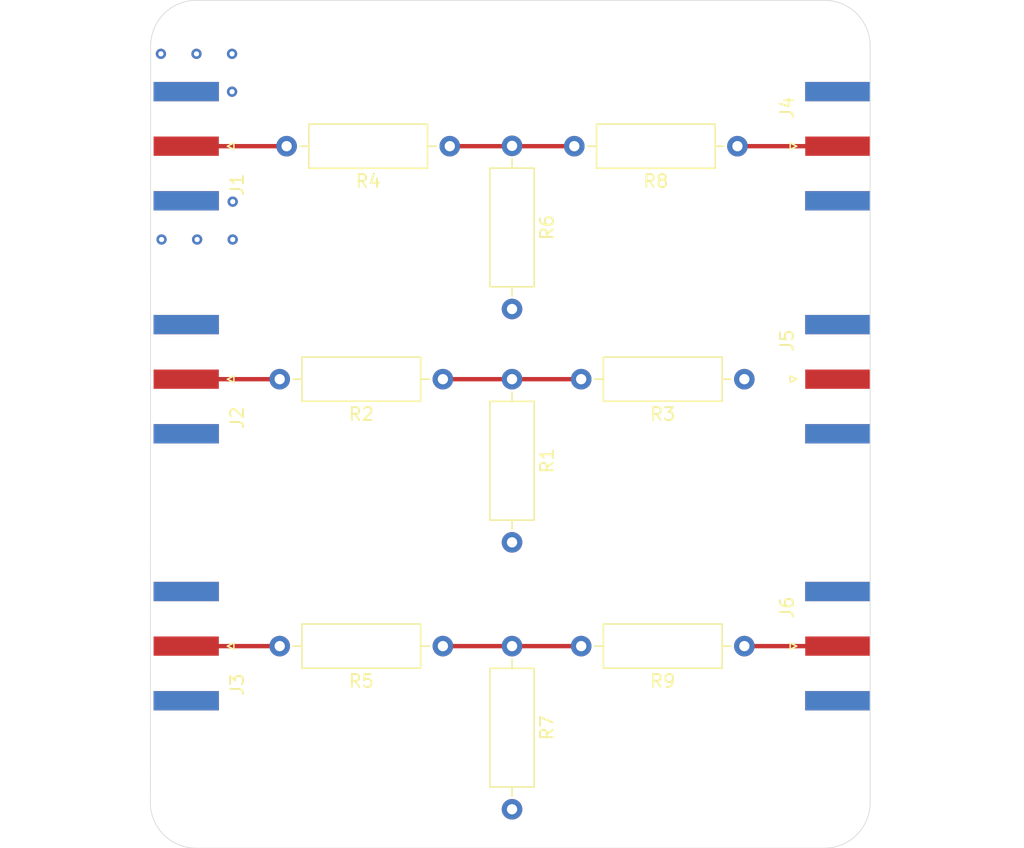
<source format=kicad_pcb>
(kicad_pcb (version 20171130) (host pcbnew "(5.1.9)-1")

  (general
    (thickness 1.6)
    (drawings 8)
    (tracks 21)
    (zones 0)
    (modules 15)
    (nets 11)
  )

  (page A4)
  (layers
    (0 F.Cu signal)
    (1 In1.Cu signal)
    (2 In2.Cu signal)
    (31 B.Cu signal)
    (32 B.Adhes user)
    (33 F.Adhes user)
    (34 B.Paste user)
    (35 F.Paste user)
    (36 B.SilkS user)
    (37 F.SilkS user)
    (38 B.Mask user)
    (39 F.Mask user)
    (40 Dwgs.User user)
    (41 Cmts.User user)
    (42 Eco1.User user)
    (43 Eco2.User user)
    (44 Edge.Cuts user)
    (45 Margin user)
    (46 B.CrtYd user)
    (47 F.CrtYd user)
    (48 B.Fab user)
    (49 F.Fab user)
  )

  (setup
    (last_trace_width 0.34)
    (user_trace_width 0.34)
    (trace_clearance 0.2)
    (zone_clearance 0.508)
    (zone_45_only no)
    (trace_min 0.2)
    (via_size 0.8)
    (via_drill 0.4)
    (via_min_size 0.4)
    (via_min_drill 0.3)
    (uvia_size 0.3)
    (uvia_drill 0.1)
    (uvias_allowed no)
    (uvia_min_size 0.2)
    (uvia_min_drill 0.1)
    (edge_width 0.05)
    (segment_width 0.2)
    (pcb_text_width 0.3)
    (pcb_text_size 1.5 1.5)
    (mod_edge_width 0.12)
    (mod_text_size 1 1)
    (mod_text_width 0.15)
    (pad_size 1.524 1.524)
    (pad_drill 0.762)
    (pad_to_mask_clearance 0)
    (aux_axis_origin 0 0)
    (visible_elements 7FFFFFFF)
    (pcbplotparams
      (layerselection 0x010fc_ffffffff)
      (usegerberextensions false)
      (usegerberattributes true)
      (usegerberadvancedattributes true)
      (creategerberjobfile true)
      (excludeedgelayer true)
      (linewidth 0.100000)
      (plotframeref false)
      (viasonmask false)
      (mode 1)
      (useauxorigin false)
      (hpglpennumber 1)
      (hpglpenspeed 20)
      (hpglpendiameter 15.000000)
      (psnegative false)
      (psa4output false)
      (plotreference true)
      (plotvalue true)
      (plotinvisibletext false)
      (padsonsilk false)
      (subtractmaskfromsilk false)
      (outputformat 1)
      (mirror false)
      (drillshape 1)
      (scaleselection 1)
      (outputdirectory ""))
  )

  (net 0 "")
  (net 1 GND)
  (net 2 Entrada1)
  (net 3 Entrada2)
  (net 4 Entrada3)
  (net 5 Salida1)
  (net 6 Salida2)
  (net 7 Salida3)
  (net 8 "Net-(R1-Pad1)")
  (net 9 "Net-(R4-Pad1)")
  (net 10 "Net-(R5-Pad1)")

  (net_class Default "This is the default net class."
    (clearance 0.2)
    (trace_width 0.34)
    (via_dia 0.8)
    (via_drill 0.4)
    (uvia_dia 0.3)
    (uvia_drill 0.1)
    (add_net Entrada1)
    (add_net Entrada2)
    (add_net Entrada3)
    (add_net GND)
    (add_net "Net-(R1-Pad1)")
    (add_net "Net-(R4-Pad1)")
    (add_net "Net-(R5-Pad1)")
    (add_net Salida1)
    (add_net Salida2)
    (add_net Salida3)
  )

  (module Connector_Coaxial:SMA_Amphenol_132289_EdgeMount (layer F.Cu) (tedit 5A1C1810) (tstamp 617AD533)
    (at 187.7708 430.3268 180)
    (descr http://www.amphenolrf.com/132289.html)
    (tags SMA)
    (path /617B8112)
    (attr smd)
    (fp_text reference J1 (at -3.96 -3 90) (layer F.SilkS)
      (effects (font (size 1 1) (thickness 0.15)))
    )
    (fp_text value Conn_Coaxial (at 5 6) (layer F.Fab)
      (effects (font (size 1 1) (thickness 0.15)))
    )
    (fp_line (start -1.91 5.08) (end 4.445 5.08) (layer F.Fab) (width 0.1))
    (fp_line (start -1.91 3.81) (end -1.91 5.08) (layer F.Fab) (width 0.1))
    (fp_line (start 2.54 3.81) (end -1.91 3.81) (layer F.Fab) (width 0.1))
    (fp_line (start 2.54 -3.81) (end 2.54 3.81) (layer F.Fab) (width 0.1))
    (fp_line (start -1.91 -3.81) (end 2.54 -3.81) (layer F.Fab) (width 0.1))
    (fp_line (start -1.91 -5.08) (end -1.91 -3.81) (layer F.Fab) (width 0.1))
    (fp_line (start -1.91 -5.08) (end 4.445 -5.08) (layer F.Fab) (width 0.1))
    (fp_line (start 4.445 -3.81) (end 4.445 -5.08) (layer F.Fab) (width 0.1))
    (fp_line (start 4.445 5.08) (end 4.445 3.81) (layer F.Fab) (width 0.1))
    (fp_line (start 13.97 3.81) (end 4.445 3.81) (layer F.Fab) (width 0.1))
    (fp_line (start 13.97 -3.81) (end 13.97 3.81) (layer F.Fab) (width 0.1))
    (fp_line (start 4.445 -3.81) (end 13.97 -3.81) (layer F.Fab) (width 0.1))
    (fp_line (start -3.04 5.58) (end -3.04 -5.58) (layer B.CrtYd) (width 0.05))
    (fp_line (start 14.47 5.58) (end -3.04 5.58) (layer B.CrtYd) (width 0.05))
    (fp_line (start 14.47 -5.58) (end 14.47 5.58) (layer B.CrtYd) (width 0.05))
    (fp_line (start 14.47 -5.58) (end -3.04 -5.58) (layer B.CrtYd) (width 0.05))
    (fp_line (start -3.04 5.58) (end -3.04 -5.58) (layer F.CrtYd) (width 0.05))
    (fp_line (start 14.47 5.58) (end -3.04 5.58) (layer F.CrtYd) (width 0.05))
    (fp_line (start 14.47 -5.58) (end 14.47 5.58) (layer F.CrtYd) (width 0.05))
    (fp_line (start 14.47 -5.58) (end -3.04 -5.58) (layer F.CrtYd) (width 0.05))
    (fp_line (start 2.54 -0.75) (end 3.54 0) (layer F.Fab) (width 0.1))
    (fp_line (start 3.54 0) (end 2.54 0.75) (layer F.Fab) (width 0.1))
    (fp_line (start -3.21 0) (end -3.71 -0.25) (layer F.SilkS) (width 0.12))
    (fp_line (start -3.71 -0.25) (end -3.71 0.25) (layer F.SilkS) (width 0.12))
    (fp_line (start -3.71 0.25) (end -3.21 0) (layer F.SilkS) (width 0.12))
    (fp_text user %R (at 4.79 0 270) (layer F.Fab)
      (effects (font (size 1 1) (thickness 0.15)))
    )
    (pad 2 smd rect (at 0 4.25 270) (size 1.5 5.08) (layers B.Cu B.Paste B.Mask)
      (net 1 GND))
    (pad 2 smd rect (at 0 -4.25 270) (size 1.5 5.08) (layers B.Cu B.Paste B.Mask)
      (net 1 GND))
    (pad 2 smd rect (at 0 4.25 270) (size 1.5 5.08) (layers F.Cu F.Paste F.Mask)
      (net 1 GND))
    (pad 2 smd rect (at 0 -4.25 270) (size 1.5 5.08) (layers F.Cu F.Paste F.Mask)
      (net 1 GND))
    (pad 1 smd rect (at 0 0 270) (size 1.5 5.08) (layers F.Cu F.Paste F.Mask)
      (net 2 Entrada1))
    (model ${KISYS3DMOD}/Connector_Coaxial.3dshapes/SMA_Amphenol_132289_EdgeMount.wrl
      (at (xyz 0 0 0))
      (scale (xyz 1 1 1))
      (rotate (xyz 0 0 0))
    )
  )

  (module Connector_Coaxial:SMA_Amphenol_132289_EdgeMount (layer F.Cu) (tedit 5A1C1810) (tstamp 617AD556)
    (at 187.7708 448.4624 180)
    (descr http://www.amphenolrf.com/132289.html)
    (tags SMA)
    (path /617B8EA8)
    (attr smd)
    (fp_text reference J2 (at -3.96 -3 90) (layer F.SilkS)
      (effects (font (size 1 1) (thickness 0.15)))
    )
    (fp_text value Conn_Coaxial (at 5 6) (layer F.Fab)
      (effects (font (size 1 1) (thickness 0.15)))
    )
    (fp_line (start -3.71 0.25) (end -3.21 0) (layer F.SilkS) (width 0.12))
    (fp_line (start -3.71 -0.25) (end -3.71 0.25) (layer F.SilkS) (width 0.12))
    (fp_line (start -3.21 0) (end -3.71 -0.25) (layer F.SilkS) (width 0.12))
    (fp_line (start 3.54 0) (end 2.54 0.75) (layer F.Fab) (width 0.1))
    (fp_line (start 2.54 -0.75) (end 3.54 0) (layer F.Fab) (width 0.1))
    (fp_line (start 14.47 -5.58) (end -3.04 -5.58) (layer F.CrtYd) (width 0.05))
    (fp_line (start 14.47 -5.58) (end 14.47 5.58) (layer F.CrtYd) (width 0.05))
    (fp_line (start 14.47 5.58) (end -3.04 5.58) (layer F.CrtYd) (width 0.05))
    (fp_line (start -3.04 5.58) (end -3.04 -5.58) (layer F.CrtYd) (width 0.05))
    (fp_line (start 14.47 -5.58) (end -3.04 -5.58) (layer B.CrtYd) (width 0.05))
    (fp_line (start 14.47 -5.58) (end 14.47 5.58) (layer B.CrtYd) (width 0.05))
    (fp_line (start 14.47 5.58) (end -3.04 5.58) (layer B.CrtYd) (width 0.05))
    (fp_line (start -3.04 5.58) (end -3.04 -5.58) (layer B.CrtYd) (width 0.05))
    (fp_line (start 4.445 -3.81) (end 13.97 -3.81) (layer F.Fab) (width 0.1))
    (fp_line (start 13.97 -3.81) (end 13.97 3.81) (layer F.Fab) (width 0.1))
    (fp_line (start 13.97 3.81) (end 4.445 3.81) (layer F.Fab) (width 0.1))
    (fp_line (start 4.445 5.08) (end 4.445 3.81) (layer F.Fab) (width 0.1))
    (fp_line (start 4.445 -3.81) (end 4.445 -5.08) (layer F.Fab) (width 0.1))
    (fp_line (start -1.91 -5.08) (end 4.445 -5.08) (layer F.Fab) (width 0.1))
    (fp_line (start -1.91 -5.08) (end -1.91 -3.81) (layer F.Fab) (width 0.1))
    (fp_line (start -1.91 -3.81) (end 2.54 -3.81) (layer F.Fab) (width 0.1))
    (fp_line (start 2.54 -3.81) (end 2.54 3.81) (layer F.Fab) (width 0.1))
    (fp_line (start 2.54 3.81) (end -1.91 3.81) (layer F.Fab) (width 0.1))
    (fp_line (start -1.91 3.81) (end -1.91 5.08) (layer F.Fab) (width 0.1))
    (fp_line (start -1.91 5.08) (end 4.445 5.08) (layer F.Fab) (width 0.1))
    (fp_text user %R (at 4.79 0 270) (layer F.Fab)
      (effects (font (size 1 1) (thickness 0.15)))
    )
    (pad 1 smd rect (at 0 0 270) (size 1.5 5.08) (layers F.Cu F.Paste F.Mask)
      (net 3 Entrada2))
    (pad 2 smd rect (at 0 -4.25 270) (size 1.5 5.08) (layers F.Cu F.Paste F.Mask)
      (net 1 GND))
    (pad 2 smd rect (at 0 4.25 270) (size 1.5 5.08) (layers F.Cu F.Paste F.Mask)
      (net 1 GND))
    (pad 2 smd rect (at 0 -4.25 270) (size 1.5 5.08) (layers B.Cu B.Paste B.Mask)
      (net 1 GND))
    (pad 2 smd rect (at 0 4.25 270) (size 1.5 5.08) (layers B.Cu B.Paste B.Mask)
      (net 1 GND))
    (model ${KISYS3DMOD}/Connector_Coaxial.3dshapes/SMA_Amphenol_132289_EdgeMount.wrl
      (at (xyz 0 0 0))
      (scale (xyz 1 1 1))
      (rotate (xyz 0 0 0))
    )
  )

  (module Connector_Coaxial:SMA_Amphenol_132289_EdgeMount (layer F.Cu) (tedit 5A1C1810) (tstamp 617AD579)
    (at 187.7708 469.2396 180)
    (descr http://www.amphenolrf.com/132289.html)
    (tags SMA)
    (path /617B94B2)
    (attr smd)
    (fp_text reference J3 (at -3.96 -3 90) (layer F.SilkS)
      (effects (font (size 1 1) (thickness 0.15)))
    )
    (fp_text value Conn_Coaxial (at 5 6) (layer F.Fab)
      (effects (font (size 1 1) (thickness 0.15)))
    )
    (fp_line (start -1.91 5.08) (end 4.445 5.08) (layer F.Fab) (width 0.1))
    (fp_line (start -1.91 3.81) (end -1.91 5.08) (layer F.Fab) (width 0.1))
    (fp_line (start 2.54 3.81) (end -1.91 3.81) (layer F.Fab) (width 0.1))
    (fp_line (start 2.54 -3.81) (end 2.54 3.81) (layer F.Fab) (width 0.1))
    (fp_line (start -1.91 -3.81) (end 2.54 -3.81) (layer F.Fab) (width 0.1))
    (fp_line (start -1.91 -5.08) (end -1.91 -3.81) (layer F.Fab) (width 0.1))
    (fp_line (start -1.91 -5.08) (end 4.445 -5.08) (layer F.Fab) (width 0.1))
    (fp_line (start 4.445 -3.81) (end 4.445 -5.08) (layer F.Fab) (width 0.1))
    (fp_line (start 4.445 5.08) (end 4.445 3.81) (layer F.Fab) (width 0.1))
    (fp_line (start 13.97 3.81) (end 4.445 3.81) (layer F.Fab) (width 0.1))
    (fp_line (start 13.97 -3.81) (end 13.97 3.81) (layer F.Fab) (width 0.1))
    (fp_line (start 4.445 -3.81) (end 13.97 -3.81) (layer F.Fab) (width 0.1))
    (fp_line (start -3.04 5.58) (end -3.04 -5.58) (layer B.CrtYd) (width 0.05))
    (fp_line (start 14.47 5.58) (end -3.04 5.58) (layer B.CrtYd) (width 0.05))
    (fp_line (start 14.47 -5.58) (end 14.47 5.58) (layer B.CrtYd) (width 0.05))
    (fp_line (start 14.47 -5.58) (end -3.04 -5.58) (layer B.CrtYd) (width 0.05))
    (fp_line (start -3.04 5.58) (end -3.04 -5.58) (layer F.CrtYd) (width 0.05))
    (fp_line (start 14.47 5.58) (end -3.04 5.58) (layer F.CrtYd) (width 0.05))
    (fp_line (start 14.47 -5.58) (end 14.47 5.58) (layer F.CrtYd) (width 0.05))
    (fp_line (start 14.47 -5.58) (end -3.04 -5.58) (layer F.CrtYd) (width 0.05))
    (fp_line (start 2.54 -0.75) (end 3.54 0) (layer F.Fab) (width 0.1))
    (fp_line (start 3.54 0) (end 2.54 0.75) (layer F.Fab) (width 0.1))
    (fp_line (start -3.21 0) (end -3.71 -0.25) (layer F.SilkS) (width 0.12))
    (fp_line (start -3.71 -0.25) (end -3.71 0.25) (layer F.SilkS) (width 0.12))
    (fp_line (start -3.71 0.25) (end -3.21 0) (layer F.SilkS) (width 0.12))
    (fp_text user %R (at 4.79 0 270) (layer F.Fab)
      (effects (font (size 1 1) (thickness 0.15)))
    )
    (pad 2 smd rect (at 0 4.25 270) (size 1.5 5.08) (layers B.Cu B.Paste B.Mask)
      (net 1 GND))
    (pad 2 smd rect (at 0 -4.25 270) (size 1.5 5.08) (layers B.Cu B.Paste B.Mask)
      (net 1 GND))
    (pad 2 smd rect (at 0 4.25 270) (size 1.5 5.08) (layers F.Cu F.Paste F.Mask)
      (net 1 GND))
    (pad 2 smd rect (at 0 -4.25 270) (size 1.5 5.08) (layers F.Cu F.Paste F.Mask)
      (net 1 GND))
    (pad 1 smd rect (at 0 0 270) (size 1.5 5.08) (layers F.Cu F.Paste F.Mask)
      (net 4 Entrada3))
    (model ${KISYS3DMOD}/Connector_Coaxial.3dshapes/SMA_Amphenol_132289_EdgeMount.wrl
      (at (xyz 0 0 0))
      (scale (xyz 1 1 1))
      (rotate (xyz 0 0 0))
    )
  )

  (module Connector_Coaxial:SMA_Amphenol_132289_EdgeMount (layer F.Cu) (tedit 5A1C1810) (tstamp 617AD59C)
    (at 238.492 430.3268)
    (descr http://www.amphenolrf.com/132289.html)
    (tags SMA)
    (path /617B9D19)
    (attr smd)
    (fp_text reference J4 (at -3.96 -3 90) (layer F.SilkS)
      (effects (font (size 1 1) (thickness 0.15)))
    )
    (fp_text value Conn_Coaxial (at 5 6) (layer F.Fab)
      (effects (font (size 1 1) (thickness 0.15)))
    )
    (fp_line (start -3.71 0.25) (end -3.21 0) (layer F.SilkS) (width 0.12))
    (fp_line (start -3.71 -0.25) (end -3.71 0.25) (layer F.SilkS) (width 0.12))
    (fp_line (start -3.21 0) (end -3.71 -0.25) (layer F.SilkS) (width 0.12))
    (fp_line (start 3.54 0) (end 2.54 0.75) (layer F.Fab) (width 0.1))
    (fp_line (start 2.54 -0.75) (end 3.54 0) (layer F.Fab) (width 0.1))
    (fp_line (start 14.47 -5.58) (end -3.04 -5.58) (layer F.CrtYd) (width 0.05))
    (fp_line (start 14.47 -5.58) (end 14.47 5.58) (layer F.CrtYd) (width 0.05))
    (fp_line (start 14.47 5.58) (end -3.04 5.58) (layer F.CrtYd) (width 0.05))
    (fp_line (start -3.04 5.58) (end -3.04 -5.58) (layer F.CrtYd) (width 0.05))
    (fp_line (start 14.47 -5.58) (end -3.04 -5.58) (layer B.CrtYd) (width 0.05))
    (fp_line (start 14.47 -5.58) (end 14.47 5.58) (layer B.CrtYd) (width 0.05))
    (fp_line (start 14.47 5.58) (end -3.04 5.58) (layer B.CrtYd) (width 0.05))
    (fp_line (start -3.04 5.58) (end -3.04 -5.58) (layer B.CrtYd) (width 0.05))
    (fp_line (start 4.445 -3.81) (end 13.97 -3.81) (layer F.Fab) (width 0.1))
    (fp_line (start 13.97 -3.81) (end 13.97 3.81) (layer F.Fab) (width 0.1))
    (fp_line (start 13.97 3.81) (end 4.445 3.81) (layer F.Fab) (width 0.1))
    (fp_line (start 4.445 5.08) (end 4.445 3.81) (layer F.Fab) (width 0.1))
    (fp_line (start 4.445 -3.81) (end 4.445 -5.08) (layer F.Fab) (width 0.1))
    (fp_line (start -1.91 -5.08) (end 4.445 -5.08) (layer F.Fab) (width 0.1))
    (fp_line (start -1.91 -5.08) (end -1.91 -3.81) (layer F.Fab) (width 0.1))
    (fp_line (start -1.91 -3.81) (end 2.54 -3.81) (layer F.Fab) (width 0.1))
    (fp_line (start 2.54 -3.81) (end 2.54 3.81) (layer F.Fab) (width 0.1))
    (fp_line (start 2.54 3.81) (end -1.91 3.81) (layer F.Fab) (width 0.1))
    (fp_line (start -1.91 3.81) (end -1.91 5.08) (layer F.Fab) (width 0.1))
    (fp_line (start -1.91 5.08) (end 4.445 5.08) (layer F.Fab) (width 0.1))
    (fp_text user %R (at 4.79 0 270) (layer F.Fab)
      (effects (font (size 1 1) (thickness 0.15)))
    )
    (pad 1 smd rect (at 0 0 90) (size 1.5 5.08) (layers F.Cu F.Paste F.Mask)
      (net 5 Salida1))
    (pad 2 smd rect (at 0 -4.25 90) (size 1.5 5.08) (layers F.Cu F.Paste F.Mask)
      (net 1 GND))
    (pad 2 smd rect (at 0 4.25 90) (size 1.5 5.08) (layers F.Cu F.Paste F.Mask)
      (net 1 GND))
    (pad 2 smd rect (at 0 -4.25 90) (size 1.5 5.08) (layers B.Cu B.Paste B.Mask)
      (net 1 GND))
    (pad 2 smd rect (at 0 4.25 90) (size 1.5 5.08) (layers B.Cu B.Paste B.Mask)
      (net 1 GND))
    (model ${KISYS3DMOD}/Connector_Coaxial.3dshapes/SMA_Amphenol_132289_EdgeMount.wrl
      (at (xyz 0 0 0))
      (scale (xyz 1 1 1))
      (rotate (xyz 0 0 0))
    )
  )

  (module Connector_Coaxial:SMA_Amphenol_132289_EdgeMount (layer F.Cu) (tedit 5A1C1810) (tstamp 617AD5BF)
    (at 238.492 448.4624)
    (descr http://www.amphenolrf.com/132289.html)
    (tags SMA)
    (path /617BA411)
    (attr smd)
    (fp_text reference J5 (at -3.96 -3 90) (layer F.SilkS)
      (effects (font (size 1 1) (thickness 0.15)))
    )
    (fp_text value Conn_Coaxial (at 5 6) (layer F.Fab)
      (effects (font (size 1 1) (thickness 0.15)))
    )
    (fp_line (start -1.91 5.08) (end 4.445 5.08) (layer F.Fab) (width 0.1))
    (fp_line (start -1.91 3.81) (end -1.91 5.08) (layer F.Fab) (width 0.1))
    (fp_line (start 2.54 3.81) (end -1.91 3.81) (layer F.Fab) (width 0.1))
    (fp_line (start 2.54 -3.81) (end 2.54 3.81) (layer F.Fab) (width 0.1))
    (fp_line (start -1.91 -3.81) (end 2.54 -3.81) (layer F.Fab) (width 0.1))
    (fp_line (start -1.91 -5.08) (end -1.91 -3.81) (layer F.Fab) (width 0.1))
    (fp_line (start -1.91 -5.08) (end 4.445 -5.08) (layer F.Fab) (width 0.1))
    (fp_line (start 4.445 -3.81) (end 4.445 -5.08) (layer F.Fab) (width 0.1))
    (fp_line (start 4.445 5.08) (end 4.445 3.81) (layer F.Fab) (width 0.1))
    (fp_line (start 13.97 3.81) (end 4.445 3.81) (layer F.Fab) (width 0.1))
    (fp_line (start 13.97 -3.81) (end 13.97 3.81) (layer F.Fab) (width 0.1))
    (fp_line (start 4.445 -3.81) (end 13.97 -3.81) (layer F.Fab) (width 0.1))
    (fp_line (start -3.04 5.58) (end -3.04 -5.58) (layer B.CrtYd) (width 0.05))
    (fp_line (start 14.47 5.58) (end -3.04 5.58) (layer B.CrtYd) (width 0.05))
    (fp_line (start 14.47 -5.58) (end 14.47 5.58) (layer B.CrtYd) (width 0.05))
    (fp_line (start 14.47 -5.58) (end -3.04 -5.58) (layer B.CrtYd) (width 0.05))
    (fp_line (start -3.04 5.58) (end -3.04 -5.58) (layer F.CrtYd) (width 0.05))
    (fp_line (start 14.47 5.58) (end -3.04 5.58) (layer F.CrtYd) (width 0.05))
    (fp_line (start 14.47 -5.58) (end 14.47 5.58) (layer F.CrtYd) (width 0.05))
    (fp_line (start 14.47 -5.58) (end -3.04 -5.58) (layer F.CrtYd) (width 0.05))
    (fp_line (start 2.54 -0.75) (end 3.54 0) (layer F.Fab) (width 0.1))
    (fp_line (start 3.54 0) (end 2.54 0.75) (layer F.Fab) (width 0.1))
    (fp_line (start -3.21 0) (end -3.71 -0.25) (layer F.SilkS) (width 0.12))
    (fp_line (start -3.71 -0.25) (end -3.71 0.25) (layer F.SilkS) (width 0.12))
    (fp_line (start -3.71 0.25) (end -3.21 0) (layer F.SilkS) (width 0.12))
    (fp_text user %R (at 4.79 0 270) (layer F.Fab)
      (effects (font (size 1 1) (thickness 0.15)))
    )
    (pad 2 smd rect (at 0 4.25 90) (size 1.5 5.08) (layers B.Cu B.Paste B.Mask)
      (net 1 GND))
    (pad 2 smd rect (at 0 -4.25 90) (size 1.5 5.08) (layers B.Cu B.Paste B.Mask)
      (net 1 GND))
    (pad 2 smd rect (at 0 4.25 90) (size 1.5 5.08) (layers F.Cu F.Paste F.Mask)
      (net 1 GND))
    (pad 2 smd rect (at 0 -4.25 90) (size 1.5 5.08) (layers F.Cu F.Paste F.Mask)
      (net 1 GND))
    (pad 1 smd rect (at 0 0 90) (size 1.5 5.08) (layers F.Cu F.Paste F.Mask)
      (net 6 Salida2))
    (model ${KISYS3DMOD}/Connector_Coaxial.3dshapes/SMA_Amphenol_132289_EdgeMount.wrl
      (at (xyz 0 0 0))
      (scale (xyz 1 1 1))
      (rotate (xyz 0 0 0))
    )
  )

  (module Connector_Coaxial:SMA_Amphenol_132289_EdgeMount (layer F.Cu) (tedit 5A1C1810) (tstamp 617AD5E2)
    (at 238.492 469.2396)
    (descr http://www.amphenolrf.com/132289.html)
    (tags SMA)
    (path /617BACA3)
    (attr smd)
    (fp_text reference J6 (at -3.96 -3 90) (layer F.SilkS)
      (effects (font (size 1 1) (thickness 0.15)))
    )
    (fp_text value Conn_Coaxial (at 5 6) (layer F.Fab)
      (effects (font (size 1 1) (thickness 0.15)))
    )
    (fp_line (start -3.71 0.25) (end -3.21 0) (layer F.SilkS) (width 0.12))
    (fp_line (start -3.71 -0.25) (end -3.71 0.25) (layer F.SilkS) (width 0.12))
    (fp_line (start -3.21 0) (end -3.71 -0.25) (layer F.SilkS) (width 0.12))
    (fp_line (start 3.54 0) (end 2.54 0.75) (layer F.Fab) (width 0.1))
    (fp_line (start 2.54 -0.75) (end 3.54 0) (layer F.Fab) (width 0.1))
    (fp_line (start 14.47 -5.58) (end -3.04 -5.58) (layer F.CrtYd) (width 0.05))
    (fp_line (start 14.47 -5.58) (end 14.47 5.58) (layer F.CrtYd) (width 0.05))
    (fp_line (start 14.47 5.58) (end -3.04 5.58) (layer F.CrtYd) (width 0.05))
    (fp_line (start -3.04 5.58) (end -3.04 -5.58) (layer F.CrtYd) (width 0.05))
    (fp_line (start 14.47 -5.58) (end -3.04 -5.58) (layer B.CrtYd) (width 0.05))
    (fp_line (start 14.47 -5.58) (end 14.47 5.58) (layer B.CrtYd) (width 0.05))
    (fp_line (start 14.47 5.58) (end -3.04 5.58) (layer B.CrtYd) (width 0.05))
    (fp_line (start -3.04 5.58) (end -3.04 -5.58) (layer B.CrtYd) (width 0.05))
    (fp_line (start 4.445 -3.81) (end 13.97 -3.81) (layer F.Fab) (width 0.1))
    (fp_line (start 13.97 -3.81) (end 13.97 3.81) (layer F.Fab) (width 0.1))
    (fp_line (start 13.97 3.81) (end 4.445 3.81) (layer F.Fab) (width 0.1))
    (fp_line (start 4.445 5.08) (end 4.445 3.81) (layer F.Fab) (width 0.1))
    (fp_line (start 4.445 -3.81) (end 4.445 -5.08) (layer F.Fab) (width 0.1))
    (fp_line (start -1.91 -5.08) (end 4.445 -5.08) (layer F.Fab) (width 0.1))
    (fp_line (start -1.91 -5.08) (end -1.91 -3.81) (layer F.Fab) (width 0.1))
    (fp_line (start -1.91 -3.81) (end 2.54 -3.81) (layer F.Fab) (width 0.1))
    (fp_line (start 2.54 -3.81) (end 2.54 3.81) (layer F.Fab) (width 0.1))
    (fp_line (start 2.54 3.81) (end -1.91 3.81) (layer F.Fab) (width 0.1))
    (fp_line (start -1.91 3.81) (end -1.91 5.08) (layer F.Fab) (width 0.1))
    (fp_line (start -1.91 5.08) (end 4.445 5.08) (layer F.Fab) (width 0.1))
    (fp_text user %R (at 4.79 0 270) (layer F.Fab)
      (effects (font (size 1 1) (thickness 0.15)))
    )
    (pad 1 smd rect (at 0 0 90) (size 1.5 5.08) (layers F.Cu F.Paste F.Mask)
      (net 7 Salida3))
    (pad 2 smd rect (at 0 -4.25 90) (size 1.5 5.08) (layers F.Cu F.Paste F.Mask)
      (net 1 GND))
    (pad 2 smd rect (at 0 4.25 90) (size 1.5 5.08) (layers F.Cu F.Paste F.Mask)
      (net 1 GND))
    (pad 2 smd rect (at 0 -4.25 90) (size 1.5 5.08) (layers B.Cu B.Paste B.Mask)
      (net 1 GND))
    (pad 2 smd rect (at 0 4.25 90) (size 1.5 5.08) (layers B.Cu B.Paste B.Mask)
      (net 1 GND))
    (model ${KISYS3DMOD}/Connector_Coaxial.3dshapes/SMA_Amphenol_132289_EdgeMount.wrl
      (at (xyz 0 0 0))
      (scale (xyz 1 1 1))
      (rotate (xyz 0 0 0))
    )
  )

  (module Resistor_THT:R_Axial_DIN0309_L9.0mm_D3.2mm_P12.70mm_Horizontal (layer F.Cu) (tedit 5AE5139B) (tstamp 617AD5F9)
    (at 213.1314 448.4624 270)
    (descr "Resistor, Axial_DIN0309 series, Axial, Horizontal, pin pitch=12.7mm, 0.5W = 1/2W, length*diameter=9*3.2mm^2, http://cdn-reichelt.de/documents/datenblatt/B400/1_4W%23YAG.pdf")
    (tags "Resistor Axial_DIN0309 series Axial Horizontal pin pitch 12.7mm 0.5W = 1/2W length 9mm diameter 3.2mm")
    (path /617B3582)
    (fp_text reference R1 (at 6.35 -2.72 90) (layer F.SilkS)
      (effects (font (size 1 1) (thickness 0.15)))
    )
    (fp_text value 10 (at 6.35 2.72 90) (layer F.Fab)
      (effects (font (size 1 1) (thickness 0.15)))
    )
    (fp_line (start 13.75 -1.85) (end -1.05 -1.85) (layer F.CrtYd) (width 0.05))
    (fp_line (start 13.75 1.85) (end 13.75 -1.85) (layer F.CrtYd) (width 0.05))
    (fp_line (start -1.05 1.85) (end 13.75 1.85) (layer F.CrtYd) (width 0.05))
    (fp_line (start -1.05 -1.85) (end -1.05 1.85) (layer F.CrtYd) (width 0.05))
    (fp_line (start 11.66 0) (end 10.97 0) (layer F.SilkS) (width 0.12))
    (fp_line (start 1.04 0) (end 1.73 0) (layer F.SilkS) (width 0.12))
    (fp_line (start 10.97 -1.72) (end 1.73 -1.72) (layer F.SilkS) (width 0.12))
    (fp_line (start 10.97 1.72) (end 10.97 -1.72) (layer F.SilkS) (width 0.12))
    (fp_line (start 1.73 1.72) (end 10.97 1.72) (layer F.SilkS) (width 0.12))
    (fp_line (start 1.73 -1.72) (end 1.73 1.72) (layer F.SilkS) (width 0.12))
    (fp_line (start 12.7 0) (end 10.85 0) (layer F.Fab) (width 0.1))
    (fp_line (start 0 0) (end 1.85 0) (layer F.Fab) (width 0.1))
    (fp_line (start 10.85 -1.6) (end 1.85 -1.6) (layer F.Fab) (width 0.1))
    (fp_line (start 10.85 1.6) (end 10.85 -1.6) (layer F.Fab) (width 0.1))
    (fp_line (start 1.85 1.6) (end 10.85 1.6) (layer F.Fab) (width 0.1))
    (fp_line (start 1.85 -1.6) (end 1.85 1.6) (layer F.Fab) (width 0.1))
    (fp_text user %R (at 6.35 0 90) (layer F.Fab)
      (effects (font (size 1 1) (thickness 0.15)))
    )
    (pad 1 thru_hole circle (at 0 0 270) (size 1.6 1.6) (drill 0.8) (layers *.Cu *.Mask)
      (net 8 "Net-(R1-Pad1)"))
    (pad 2 thru_hole oval (at 12.7 0 270) (size 1.6 1.6) (drill 0.8) (layers *.Cu *.Mask)
      (net 1 GND))
    (model ${KISYS3DMOD}/Resistor_THT.3dshapes/R_Axial_DIN0309_L9.0mm_D3.2mm_P12.70mm_Horizontal.wrl
      (at (xyz 0 0 0))
      (scale (xyz 1 1 1))
      (rotate (xyz 0 0 0))
    )
  )

  (module Resistor_THT:R_Axial_DIN0309_L9.0mm_D3.2mm_P12.70mm_Horizontal (layer F.Cu) (tedit 5AE5139B) (tstamp 617AD610)
    (at 207.7486 448.4624 180)
    (descr "Resistor, Axial_DIN0309 series, Axial, Horizontal, pin pitch=12.7mm, 0.5W = 1/2W, length*diameter=9*3.2mm^2, http://cdn-reichelt.de/documents/datenblatt/B400/1_4W%23YAG.pdf")
    (tags "Resistor Axial_DIN0309 series Axial Horizontal pin pitch 12.7mm 0.5W = 1/2W length 9mm diameter 3.2mm")
    (path /617B20C0)
    (fp_text reference R2 (at 6.35 -2.72) (layer F.SilkS)
      (effects (font (size 1 1) (thickness 0.15)))
    )
    (fp_text value 40 (at 6.35 2.72) (layer F.Fab)
      (effects (font (size 1 1) (thickness 0.15)))
    )
    (fp_line (start 13.75 -1.85) (end -1.05 -1.85) (layer F.CrtYd) (width 0.05))
    (fp_line (start 13.75 1.85) (end 13.75 -1.85) (layer F.CrtYd) (width 0.05))
    (fp_line (start -1.05 1.85) (end 13.75 1.85) (layer F.CrtYd) (width 0.05))
    (fp_line (start -1.05 -1.85) (end -1.05 1.85) (layer F.CrtYd) (width 0.05))
    (fp_line (start 11.66 0) (end 10.97 0) (layer F.SilkS) (width 0.12))
    (fp_line (start 1.04 0) (end 1.73 0) (layer F.SilkS) (width 0.12))
    (fp_line (start 10.97 -1.72) (end 1.73 -1.72) (layer F.SilkS) (width 0.12))
    (fp_line (start 10.97 1.72) (end 10.97 -1.72) (layer F.SilkS) (width 0.12))
    (fp_line (start 1.73 1.72) (end 10.97 1.72) (layer F.SilkS) (width 0.12))
    (fp_line (start 1.73 -1.72) (end 1.73 1.72) (layer F.SilkS) (width 0.12))
    (fp_line (start 12.7 0) (end 10.85 0) (layer F.Fab) (width 0.1))
    (fp_line (start 0 0) (end 1.85 0) (layer F.Fab) (width 0.1))
    (fp_line (start 10.85 -1.6) (end 1.85 -1.6) (layer F.Fab) (width 0.1))
    (fp_line (start 10.85 1.6) (end 10.85 -1.6) (layer F.Fab) (width 0.1))
    (fp_line (start 1.85 1.6) (end 10.85 1.6) (layer F.Fab) (width 0.1))
    (fp_line (start 1.85 -1.6) (end 1.85 1.6) (layer F.Fab) (width 0.1))
    (fp_text user %R (at 6.35 0) (layer F.Fab)
      (effects (font (size 1 1) (thickness 0.15)))
    )
    (pad 1 thru_hole circle (at 0 0 180) (size 1.6 1.6) (drill 0.8) (layers *.Cu *.Mask)
      (net 8 "Net-(R1-Pad1)"))
    (pad 2 thru_hole oval (at 12.7 0 180) (size 1.6 1.6) (drill 0.8) (layers *.Cu *.Mask)
      (net 3 Entrada2))
    (model ${KISYS3DMOD}/Resistor_THT.3dshapes/R_Axial_DIN0309_L9.0mm_D3.2mm_P12.70mm_Horizontal.wrl
      (at (xyz 0 0 0))
      (scale (xyz 1 1 1))
      (rotate (xyz 0 0 0))
    )
  )

  (module Resistor_THT:R_Axial_DIN0309_L9.0mm_D3.2mm_P12.70mm_Horizontal (layer F.Cu) (tedit 5AE5139B) (tstamp 617AD627)
    (at 231.2142 448.4624 180)
    (descr "Resistor, Axial_DIN0309 series, Axial, Horizontal, pin pitch=12.7mm, 0.5W = 1/2W, length*diameter=9*3.2mm^2, http://cdn-reichelt.de/documents/datenblatt/B400/1_4W%23YAG.pdf")
    (tags "Resistor Axial_DIN0309 series Axial Horizontal pin pitch 12.7mm 0.5W = 1/2W length 9mm diameter 3.2mm")
    (path /617B31AA)
    (fp_text reference R3 (at 6.35 -2.72) (layer F.SilkS)
      (effects (font (size 1 1) (thickness 0.15)))
    )
    (fp_text value 40 (at 6.35 2.72) (layer F.Fab)
      (effects (font (size 1 1) (thickness 0.15)))
    )
    (fp_line (start 1.85 -1.6) (end 1.85 1.6) (layer F.Fab) (width 0.1))
    (fp_line (start 1.85 1.6) (end 10.85 1.6) (layer F.Fab) (width 0.1))
    (fp_line (start 10.85 1.6) (end 10.85 -1.6) (layer F.Fab) (width 0.1))
    (fp_line (start 10.85 -1.6) (end 1.85 -1.6) (layer F.Fab) (width 0.1))
    (fp_line (start 0 0) (end 1.85 0) (layer F.Fab) (width 0.1))
    (fp_line (start 12.7 0) (end 10.85 0) (layer F.Fab) (width 0.1))
    (fp_line (start 1.73 -1.72) (end 1.73 1.72) (layer F.SilkS) (width 0.12))
    (fp_line (start 1.73 1.72) (end 10.97 1.72) (layer F.SilkS) (width 0.12))
    (fp_line (start 10.97 1.72) (end 10.97 -1.72) (layer F.SilkS) (width 0.12))
    (fp_line (start 10.97 -1.72) (end 1.73 -1.72) (layer F.SilkS) (width 0.12))
    (fp_line (start 1.04 0) (end 1.73 0) (layer F.SilkS) (width 0.12))
    (fp_line (start 11.66 0) (end 10.97 0) (layer F.SilkS) (width 0.12))
    (fp_line (start -1.05 -1.85) (end -1.05 1.85) (layer F.CrtYd) (width 0.05))
    (fp_line (start -1.05 1.85) (end 13.75 1.85) (layer F.CrtYd) (width 0.05))
    (fp_line (start 13.75 1.85) (end 13.75 -1.85) (layer F.CrtYd) (width 0.05))
    (fp_line (start 13.75 -1.85) (end -1.05 -1.85) (layer F.CrtYd) (width 0.05))
    (fp_text user %R (at 6.35 0) (layer F.Fab)
      (effects (font (size 1 1) (thickness 0.15)))
    )
    (pad 2 thru_hole oval (at 12.7 0 180) (size 1.6 1.6) (drill 0.8) (layers *.Cu *.Mask)
      (net 8 "Net-(R1-Pad1)"))
    (pad 1 thru_hole circle (at 0 0 180) (size 1.6 1.6) (drill 0.8) (layers *.Cu *.Mask)
      (net 6 Salida2))
    (model ${KISYS3DMOD}/Resistor_THT.3dshapes/R_Axial_DIN0309_L9.0mm_D3.2mm_P12.70mm_Horizontal.wrl
      (at (xyz 0 0 0))
      (scale (xyz 1 1 1))
      (rotate (xyz 0 0 0))
    )
  )

  (module Resistor_THT:R_Axial_DIN0309_L9.0mm_D3.2mm_P12.70mm_Horizontal (layer F.Cu) (tedit 5AE5139B) (tstamp 617AD63E)
    (at 208.2861 430.3268 180)
    (descr "Resistor, Axial_DIN0309 series, Axial, Horizontal, pin pitch=12.7mm, 0.5W = 1/2W, length*diameter=9*3.2mm^2, http://cdn-reichelt.de/documents/datenblatt/B400/1_4W%23YAG.pdf")
    (tags "Resistor Axial_DIN0309 series Axial Horizontal pin pitch 12.7mm 0.5W = 1/2W length 9mm diameter 3.2mm")
    (path /617B5DBD)
    (fp_text reference R4 (at 6.35 -2.72) (layer F.SilkS)
      (effects (font (size 1 1) (thickness 0.15)))
    )
    (fp_text value 40 (at 6.35 2.72) (layer F.Fab)
      (effects (font (size 1 1) (thickness 0.15)))
    )
    (fp_line (start 1.85 -1.6) (end 1.85 1.6) (layer F.Fab) (width 0.1))
    (fp_line (start 1.85 1.6) (end 10.85 1.6) (layer F.Fab) (width 0.1))
    (fp_line (start 10.85 1.6) (end 10.85 -1.6) (layer F.Fab) (width 0.1))
    (fp_line (start 10.85 -1.6) (end 1.85 -1.6) (layer F.Fab) (width 0.1))
    (fp_line (start 0 0) (end 1.85 0) (layer F.Fab) (width 0.1))
    (fp_line (start 12.7 0) (end 10.85 0) (layer F.Fab) (width 0.1))
    (fp_line (start 1.73 -1.72) (end 1.73 1.72) (layer F.SilkS) (width 0.12))
    (fp_line (start 1.73 1.72) (end 10.97 1.72) (layer F.SilkS) (width 0.12))
    (fp_line (start 10.97 1.72) (end 10.97 -1.72) (layer F.SilkS) (width 0.12))
    (fp_line (start 10.97 -1.72) (end 1.73 -1.72) (layer F.SilkS) (width 0.12))
    (fp_line (start 1.04 0) (end 1.73 0) (layer F.SilkS) (width 0.12))
    (fp_line (start 11.66 0) (end 10.97 0) (layer F.SilkS) (width 0.12))
    (fp_line (start -1.05 -1.85) (end -1.05 1.85) (layer F.CrtYd) (width 0.05))
    (fp_line (start -1.05 1.85) (end 13.75 1.85) (layer F.CrtYd) (width 0.05))
    (fp_line (start 13.75 1.85) (end 13.75 -1.85) (layer F.CrtYd) (width 0.05))
    (fp_line (start 13.75 -1.85) (end -1.05 -1.85) (layer F.CrtYd) (width 0.05))
    (fp_text user %R (at 6.35 0) (layer F.Fab)
      (effects (font (size 1 1) (thickness 0.15)))
    )
    (pad 2 thru_hole oval (at 12.7 0 180) (size 1.6 1.6) (drill 0.8) (layers *.Cu *.Mask)
      (net 2 Entrada1))
    (pad 1 thru_hole circle (at 0 0 180) (size 1.6 1.6) (drill 0.8) (layers *.Cu *.Mask)
      (net 9 "Net-(R4-Pad1)"))
    (model ${KISYS3DMOD}/Resistor_THT.3dshapes/R_Axial_DIN0309_L9.0mm_D3.2mm_P12.70mm_Horizontal.wrl
      (at (xyz 0 0 0))
      (scale (xyz 1 1 1))
      (rotate (xyz 0 0 0))
    )
  )

  (module Resistor_THT:R_Axial_DIN0309_L9.0mm_D3.2mm_P12.70mm_Horizontal (layer F.Cu) (tedit 5AE5139B) (tstamp 617AD655)
    (at 207.7486 469.2396 180)
    (descr "Resistor, Axial_DIN0309 series, Axial, Horizontal, pin pitch=12.7mm, 0.5W = 1/2W, length*diameter=9*3.2mm^2, http://cdn-reichelt.de/documents/datenblatt/B400/1_4W%23YAG.pdf")
    (tags "Resistor Axial_DIN0309 series Axial Horizontal pin pitch 12.7mm 0.5W = 1/2W length 9mm diameter 3.2mm")
    (path /617B6CC1)
    (fp_text reference R5 (at 6.35 -2.72) (layer F.SilkS)
      (effects (font (size 1 1) (thickness 0.15)))
    )
    (fp_text value 40 (at 6.35 2.72) (layer F.Fab)
      (effects (font (size 1 1) (thickness 0.15)))
    )
    (fp_line (start 13.75 -1.85) (end -1.05 -1.85) (layer F.CrtYd) (width 0.05))
    (fp_line (start 13.75 1.85) (end 13.75 -1.85) (layer F.CrtYd) (width 0.05))
    (fp_line (start -1.05 1.85) (end 13.75 1.85) (layer F.CrtYd) (width 0.05))
    (fp_line (start -1.05 -1.85) (end -1.05 1.85) (layer F.CrtYd) (width 0.05))
    (fp_line (start 11.66 0) (end 10.97 0) (layer F.SilkS) (width 0.12))
    (fp_line (start 1.04 0) (end 1.73 0) (layer F.SilkS) (width 0.12))
    (fp_line (start 10.97 -1.72) (end 1.73 -1.72) (layer F.SilkS) (width 0.12))
    (fp_line (start 10.97 1.72) (end 10.97 -1.72) (layer F.SilkS) (width 0.12))
    (fp_line (start 1.73 1.72) (end 10.97 1.72) (layer F.SilkS) (width 0.12))
    (fp_line (start 1.73 -1.72) (end 1.73 1.72) (layer F.SilkS) (width 0.12))
    (fp_line (start 12.7 0) (end 10.85 0) (layer F.Fab) (width 0.1))
    (fp_line (start 0 0) (end 1.85 0) (layer F.Fab) (width 0.1))
    (fp_line (start 10.85 -1.6) (end 1.85 -1.6) (layer F.Fab) (width 0.1))
    (fp_line (start 10.85 1.6) (end 10.85 -1.6) (layer F.Fab) (width 0.1))
    (fp_line (start 1.85 1.6) (end 10.85 1.6) (layer F.Fab) (width 0.1))
    (fp_line (start 1.85 -1.6) (end 1.85 1.6) (layer F.Fab) (width 0.1))
    (fp_text user %R (at 6.35 0) (layer F.Fab)
      (effects (font (size 1 1) (thickness 0.15)))
    )
    (pad 1 thru_hole circle (at 0 0 180) (size 1.6 1.6) (drill 0.8) (layers *.Cu *.Mask)
      (net 10 "Net-(R5-Pad1)"))
    (pad 2 thru_hole oval (at 12.7 0 180) (size 1.6 1.6) (drill 0.8) (layers *.Cu *.Mask)
      (net 4 Entrada3))
    (model ${KISYS3DMOD}/Resistor_THT.3dshapes/R_Axial_DIN0309_L9.0mm_D3.2mm_P12.70mm_Horizontal.wrl
      (at (xyz 0 0 0))
      (scale (xyz 1 1 1))
      (rotate (xyz 0 0 0))
    )
  )

  (module Resistor_THT:R_Axial_DIN0309_L9.0mm_D3.2mm_P12.70mm_Horizontal (layer F.Cu) (tedit 5AE5139B) (tstamp 617AD66C)
    (at 213.131399 430.3014 270)
    (descr "Resistor, Axial_DIN0309 series, Axial, Horizontal, pin pitch=12.7mm, 0.5W = 1/2W, length*diameter=9*3.2mm^2, http://cdn-reichelt.de/documents/datenblatt/B400/1_4W%23YAG.pdf")
    (tags "Resistor Axial_DIN0309 series Axial Horizontal pin pitch 12.7mm 0.5W = 1/2W length 9mm diameter 3.2mm")
    (path /617B5DC9)
    (fp_text reference R6 (at 6.35 -2.72 90) (layer F.SilkS)
      (effects (font (size 1 1) (thickness 0.15)))
    )
    (fp_text value 10 (at 6.35 2.72 90) (layer F.Fab)
      (effects (font (size 1 1) (thickness 0.15)))
    )
    (fp_line (start 1.85 -1.6) (end 1.85 1.6) (layer F.Fab) (width 0.1))
    (fp_line (start 1.85 1.6) (end 10.85 1.6) (layer F.Fab) (width 0.1))
    (fp_line (start 10.85 1.6) (end 10.85 -1.6) (layer F.Fab) (width 0.1))
    (fp_line (start 10.85 -1.6) (end 1.85 -1.6) (layer F.Fab) (width 0.1))
    (fp_line (start 0 0) (end 1.85 0) (layer F.Fab) (width 0.1))
    (fp_line (start 12.7 0) (end 10.85 0) (layer F.Fab) (width 0.1))
    (fp_line (start 1.73 -1.72) (end 1.73 1.72) (layer F.SilkS) (width 0.12))
    (fp_line (start 1.73 1.72) (end 10.97 1.72) (layer F.SilkS) (width 0.12))
    (fp_line (start 10.97 1.72) (end 10.97 -1.72) (layer F.SilkS) (width 0.12))
    (fp_line (start 10.97 -1.72) (end 1.73 -1.72) (layer F.SilkS) (width 0.12))
    (fp_line (start 1.04 0) (end 1.73 0) (layer F.SilkS) (width 0.12))
    (fp_line (start 11.66 0) (end 10.97 0) (layer F.SilkS) (width 0.12))
    (fp_line (start -1.05 -1.85) (end -1.05 1.85) (layer F.CrtYd) (width 0.05))
    (fp_line (start -1.05 1.85) (end 13.75 1.85) (layer F.CrtYd) (width 0.05))
    (fp_line (start 13.75 1.85) (end 13.75 -1.85) (layer F.CrtYd) (width 0.05))
    (fp_line (start 13.75 -1.85) (end -1.05 -1.85) (layer F.CrtYd) (width 0.05))
    (fp_text user %R (at 6.35 0 90) (layer F.Fab)
      (effects (font (size 1 1) (thickness 0.15)))
    )
    (pad 2 thru_hole oval (at 12.7 0 270) (size 1.6 1.6) (drill 0.8) (layers *.Cu *.Mask)
      (net 1 GND))
    (pad 1 thru_hole circle (at 0 0 270) (size 1.6 1.6) (drill 0.8) (layers *.Cu *.Mask)
      (net 9 "Net-(R4-Pad1)"))
    (model ${KISYS3DMOD}/Resistor_THT.3dshapes/R_Axial_DIN0309_L9.0mm_D3.2mm_P12.70mm_Horizontal.wrl
      (at (xyz 0 0 0))
      (scale (xyz 1 1 1))
      (rotate (xyz 0 0 0))
    )
  )

  (module Resistor_THT:R_Axial_DIN0309_L9.0mm_D3.2mm_P12.70mm_Horizontal (layer F.Cu) (tedit 5AE5139B) (tstamp 617AD683)
    (at 213.1314 469.2396 270)
    (descr "Resistor, Axial_DIN0309 series, Axial, Horizontal, pin pitch=12.7mm, 0.5W = 1/2W, length*diameter=9*3.2mm^2, http://cdn-reichelt.de/documents/datenblatt/B400/1_4W%23YAG.pdf")
    (tags "Resistor Axial_DIN0309 series Axial Horizontal pin pitch 12.7mm 0.5W = 1/2W length 9mm diameter 3.2mm")
    (path /617B6CCD)
    (fp_text reference R7 (at 6.35 -2.72 90) (layer F.SilkS)
      (effects (font (size 1 1) (thickness 0.15)))
    )
    (fp_text value 10 (at 6.35 2.72 90) (layer F.Fab)
      (effects (font (size 1 1) (thickness 0.15)))
    )
    (fp_line (start 13.75 -1.85) (end -1.05 -1.85) (layer F.CrtYd) (width 0.05))
    (fp_line (start 13.75 1.85) (end 13.75 -1.85) (layer F.CrtYd) (width 0.05))
    (fp_line (start -1.05 1.85) (end 13.75 1.85) (layer F.CrtYd) (width 0.05))
    (fp_line (start -1.05 -1.85) (end -1.05 1.85) (layer F.CrtYd) (width 0.05))
    (fp_line (start 11.66 0) (end 10.97 0) (layer F.SilkS) (width 0.12))
    (fp_line (start 1.04 0) (end 1.73 0) (layer F.SilkS) (width 0.12))
    (fp_line (start 10.97 -1.72) (end 1.73 -1.72) (layer F.SilkS) (width 0.12))
    (fp_line (start 10.97 1.72) (end 10.97 -1.72) (layer F.SilkS) (width 0.12))
    (fp_line (start 1.73 1.72) (end 10.97 1.72) (layer F.SilkS) (width 0.12))
    (fp_line (start 1.73 -1.72) (end 1.73 1.72) (layer F.SilkS) (width 0.12))
    (fp_line (start 12.7 0) (end 10.85 0) (layer F.Fab) (width 0.1))
    (fp_line (start 0 0) (end 1.85 0) (layer F.Fab) (width 0.1))
    (fp_line (start 10.85 -1.6) (end 1.85 -1.6) (layer F.Fab) (width 0.1))
    (fp_line (start 10.85 1.6) (end 10.85 -1.6) (layer F.Fab) (width 0.1))
    (fp_line (start 1.85 1.6) (end 10.85 1.6) (layer F.Fab) (width 0.1))
    (fp_line (start 1.85 -1.6) (end 1.85 1.6) (layer F.Fab) (width 0.1))
    (fp_text user %R (at 6.35 0.771686 90) (layer F.Fab)
      (effects (font (size 1 1) (thickness 0.15)))
    )
    (pad 1 thru_hole circle (at 0 0 270) (size 1.6 1.6) (drill 0.8) (layers *.Cu *.Mask)
      (net 10 "Net-(R5-Pad1)"))
    (pad 2 thru_hole oval (at 12.7 0 270) (size 1.6 1.6) (drill 0.8) (layers *.Cu *.Mask)
      (net 1 GND))
    (model ${KISYS3DMOD}/Resistor_THT.3dshapes/R_Axial_DIN0309_L9.0mm_D3.2mm_P12.70mm_Horizontal.wrl
      (at (xyz 0 0 0))
      (scale (xyz 1 1 1))
      (rotate (xyz 0 0 0))
    )
  )

  (module Resistor_THT:R_Axial_DIN0309_L9.0mm_D3.2mm_P12.70mm_Horizontal (layer F.Cu) (tedit 5AE5139B) (tstamp 617AD69A)
    (at 230.676698 430.3268 180)
    (descr "Resistor, Axial_DIN0309 series, Axial, Horizontal, pin pitch=12.7mm, 0.5W = 1/2W, length*diameter=9*3.2mm^2, http://cdn-reichelt.de/documents/datenblatt/B400/1_4W%23YAG.pdf")
    (tags "Resistor Axial_DIN0309 series Axial Horizontal pin pitch 12.7mm 0.5W = 1/2W length 9mm diameter 3.2mm")
    (path /617B5DC3)
    (fp_text reference R8 (at 6.35 -2.72) (layer F.SilkS)
      (effects (font (size 1 1) (thickness 0.15)))
    )
    (fp_text value 40 (at 6.35 2.72) (layer F.Fab)
      (effects (font (size 1 1) (thickness 0.15)))
    )
    (fp_line (start 13.75 -1.85) (end -1.05 -1.85) (layer F.CrtYd) (width 0.05))
    (fp_line (start 13.75 1.85) (end 13.75 -1.85) (layer F.CrtYd) (width 0.05))
    (fp_line (start -1.05 1.85) (end 13.75 1.85) (layer F.CrtYd) (width 0.05))
    (fp_line (start -1.05 -1.85) (end -1.05 1.85) (layer F.CrtYd) (width 0.05))
    (fp_line (start 11.66 0) (end 10.97 0) (layer F.SilkS) (width 0.12))
    (fp_line (start 1.04 0) (end 1.73 0) (layer F.SilkS) (width 0.12))
    (fp_line (start 10.97 -1.72) (end 1.73 -1.72) (layer F.SilkS) (width 0.12))
    (fp_line (start 10.97 1.72) (end 10.97 -1.72) (layer F.SilkS) (width 0.12))
    (fp_line (start 1.73 1.72) (end 10.97 1.72) (layer F.SilkS) (width 0.12))
    (fp_line (start 1.73 -1.72) (end 1.73 1.72) (layer F.SilkS) (width 0.12))
    (fp_line (start 12.7 0) (end 10.85 0) (layer F.Fab) (width 0.1))
    (fp_line (start 0 0) (end 1.85 0) (layer F.Fab) (width 0.1))
    (fp_line (start 10.85 -1.6) (end 1.85 -1.6) (layer F.Fab) (width 0.1))
    (fp_line (start 10.85 1.6) (end 10.85 -1.6) (layer F.Fab) (width 0.1))
    (fp_line (start 1.85 1.6) (end 10.85 1.6) (layer F.Fab) (width 0.1))
    (fp_line (start 1.85 -1.6) (end 1.85 1.6) (layer F.Fab) (width 0.1))
    (fp_text user %R (at 6.35 0) (layer F.Fab)
      (effects (font (size 1 1) (thickness 0.15)))
    )
    (pad 1 thru_hole circle (at 0 0 180) (size 1.6 1.6) (drill 0.8) (layers *.Cu *.Mask)
      (net 5 Salida1))
    (pad 2 thru_hole oval (at 12.7 0 180) (size 1.6 1.6) (drill 0.8) (layers *.Cu *.Mask)
      (net 9 "Net-(R4-Pad1)"))
    (model ${KISYS3DMOD}/Resistor_THT.3dshapes/R_Axial_DIN0309_L9.0mm_D3.2mm_P12.70mm_Horizontal.wrl
      (at (xyz 0 0 0))
      (scale (xyz 1 1 1))
      (rotate (xyz 0 0 0))
    )
  )

  (module Resistor_THT:R_Axial_DIN0309_L9.0mm_D3.2mm_P12.70mm_Horizontal (layer F.Cu) (tedit 5AE5139B) (tstamp 617AD6B1)
    (at 231.2142 469.2396 180)
    (descr "Resistor, Axial_DIN0309 series, Axial, Horizontal, pin pitch=12.7mm, 0.5W = 1/2W, length*diameter=9*3.2mm^2, http://cdn-reichelt.de/documents/datenblatt/B400/1_4W%23YAG.pdf")
    (tags "Resistor Axial_DIN0309 series Axial Horizontal pin pitch 12.7mm 0.5W = 1/2W length 9mm diameter 3.2mm")
    (path /617B6CC7)
    (fp_text reference R9 (at 6.35 -2.72) (layer F.SilkS)
      (effects (font (size 1 1) (thickness 0.15)))
    )
    (fp_text value 40 (at 6.35 2.72) (layer F.Fab)
      (effects (font (size 1 1) (thickness 0.15)))
    )
    (fp_line (start 1.85 -1.6) (end 1.85 1.6) (layer F.Fab) (width 0.1))
    (fp_line (start 1.85 1.6) (end 10.85 1.6) (layer F.Fab) (width 0.1))
    (fp_line (start 10.85 1.6) (end 10.85 -1.6) (layer F.Fab) (width 0.1))
    (fp_line (start 10.85 -1.6) (end 1.85 -1.6) (layer F.Fab) (width 0.1))
    (fp_line (start 0 0) (end 1.85 0) (layer F.Fab) (width 0.1))
    (fp_line (start 12.7 0) (end 10.85 0) (layer F.Fab) (width 0.1))
    (fp_line (start 1.73 -1.72) (end 1.73 1.72) (layer F.SilkS) (width 0.12))
    (fp_line (start 1.73 1.72) (end 10.97 1.72) (layer F.SilkS) (width 0.12))
    (fp_line (start 10.97 1.72) (end 10.97 -1.72) (layer F.SilkS) (width 0.12))
    (fp_line (start 10.97 -1.72) (end 1.73 -1.72) (layer F.SilkS) (width 0.12))
    (fp_line (start 1.04 0) (end 1.73 0) (layer F.SilkS) (width 0.12))
    (fp_line (start 11.66 0) (end 10.97 0) (layer F.SilkS) (width 0.12))
    (fp_line (start -1.05 -1.85) (end -1.05 1.85) (layer F.CrtYd) (width 0.05))
    (fp_line (start -1.05 1.85) (end 13.75 1.85) (layer F.CrtYd) (width 0.05))
    (fp_line (start 13.75 1.85) (end 13.75 -1.85) (layer F.CrtYd) (width 0.05))
    (fp_line (start 13.75 -1.85) (end -1.05 -1.85) (layer F.CrtYd) (width 0.05))
    (fp_text user %R (at 6.35 0) (layer F.Fab)
      (effects (font (size 1 1) (thickness 0.15)))
    )
    (pad 2 thru_hole oval (at 12.7 0 180) (size 1.6 1.6) (drill 0.8) (layers *.Cu *.Mask)
      (net 10 "Net-(R5-Pad1)"))
    (pad 1 thru_hole circle (at 0 0 180) (size 1.6 1.6) (drill 0.8) (layers *.Cu *.Mask)
      (net 7 Salida3))
    (model ${KISYS3DMOD}/Resistor_THT.3dshapes/R_Axial_DIN0309_L9.0mm_D3.2mm_P12.70mm_Horizontal.wrl
      (at (xyz 0 0 0))
      (scale (xyz 1 1 1))
      (rotate (xyz 0 0 0))
    )
  )

  (gr_line (start 184.9768 481.3808) (end 185.0022 422.5036) (layer Edge.Cuts) (width 0.05) (tstamp 617C4F33))
  (gr_line (start 237.476 418.973) (end 188.5836 418.973) (layer Edge.Cuts) (width 0.05) (tstamp 6186DA51))
  (gr_line (start 237.4252 484.9622) (end 188.5074 484.9622) (layer Edge.Cuts) (width 0.05) (tstamp 6186DA50))
  (gr_arc (start 188.5582 422.529) (end 188.5836 418.973) (angle -90) (layer Edge.Cuts) (width 0.05) (tstamp 6186D3E5))
  (gr_arc (start 188.5328 481.4062) (end 184.9768 481.3808) (angle -90) (layer Edge.Cuts) (width 0.05) (tstamp 6186D3E5))
  (gr_arc (start 237.4506 481.4062) (end 237.4252 484.9622) (angle -90) (layer Edge.Cuts) (width 0.05) (tstamp 6186D3E5))
  (gr_arc (start 237.4506 422.529) (end 241.0066 422.5544) (angle -90) (layer Edge.Cuts) (width 0.05))
  (gr_line (start 241.0066 422.5544) (end 241.0066 481.4316) (layer Edge.Cuts) (width 0.05))

  (via (at 185.801 423.1386) (size 0.8) (drill 0.4) (layers F.Cu B.Cu) (net 1))
  (via (at 188.5696 423.1386) (size 0.8) (drill 0.4) (layers F.Cu B.Cu) (net 1))
  (via (at 191.3382 423.1386) (size 0.8) (drill 0.4) (layers F.Cu B.Cu) (net 1))
  (via (at 191.3382 426.085) (size 0.8) (drill 0.4) (layers F.Cu B.Cu) (net 0))
  (via (at 191.389 434.6448) (size 0.8) (drill 0.4) (layers F.Cu B.Cu) (net 0) (tstamp 6186DC81))
  (via (at 188.6204 437.5912) (size 0.8) (drill 0.4) (layers F.Cu B.Cu) (net 0) (tstamp 6186DC7F))
  (via (at 191.389 437.5912) (size 0.8) (drill 0.4) (layers F.Cu B.Cu) (net 0) (tstamp 6186DC80))
  (via (at 185.8518 437.5912) (size 0.8) (drill 0.4) (layers F.Cu B.Cu) (net 0) (tstamp 6186DC82))
  (segment (start 187.7708 430.3268) (end 195.5861 430.3268) (width 0.34) (layer F.Cu) (net 2))
  (segment (start 195.0486 448.4624) (end 187.7708 448.4624) (width 0.34) (layer F.Cu) (net 3))
  (segment (start 187.7708 469.2396) (end 195.0486 469.2396) (width 0.34) (layer F.Cu) (net 4))
  (segment (start 230.676698 430.3268) (end 238.492 430.3268) (width 0.34) (layer F.Cu) (net 5))
  (segment (start 231.2142 469.2396) (end 238.492 469.2396) (width 0.34) (layer F.Cu) (net 7))
  (segment (start 218.5142 448.4624) (end 213.1314 448.4624) (width 0.34) (layer F.Cu) (net 8))
  (segment (start 207.7486 448.4624) (end 213.1314 448.4624) (width 0.34) (layer F.Cu) (net 8))
  (segment (start 213.105999 430.3268) (end 213.131399 430.3014) (width 0.34) (layer F.Cu) (net 9))
  (segment (start 208.2861 430.3268) (end 213.105999 430.3268) (width 0.34) (layer F.Cu) (net 9))
  (segment (start 213.156799 430.3268) (end 213.131399 430.3014) (width 0.34) (layer F.Cu) (net 9))
  (segment (start 217.976698 430.3268) (end 213.156799 430.3268) (width 0.34) (layer F.Cu) (net 9))
  (segment (start 207.7486 469.2396) (end 213.1314 469.2396) (width 0.34) (layer F.Cu) (net 10))
  (segment (start 213.1314 469.2396) (end 218.5142 469.2396) (width 0.34) (layer F.Cu) (net 10))

)

</source>
